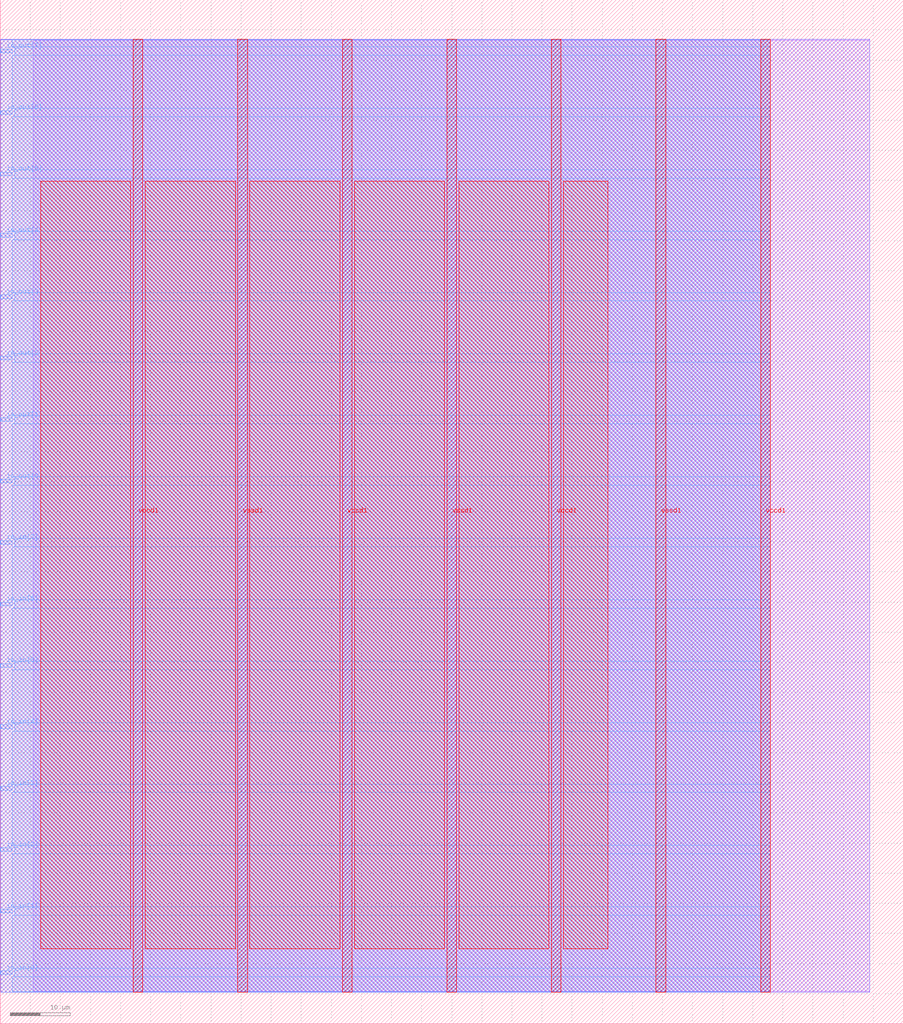
<source format=lef>
VERSION 5.7 ;
  NOWIREEXTENSIONATPIN ON ;
  DIVIDERCHAR "/" ;
  BUSBITCHARS "[]" ;
MACRO cpldcpu_MCPU5plus
  CLASS BLOCK ;
  FOREIGN cpldcpu_MCPU5plus ;
  ORIGIN 0.000 0.000 ;
  SIZE 150.000 BY 170.000 ;
  PIN io_in[0]
    DIRECTION INPUT ;
    USE SIGNAL ;
    PORT
      LAYER met3 ;
        RECT 0.000 8.200 2.000 8.800 ;
    END
  END io_in[0]
  PIN io_in[1]
    DIRECTION INPUT ;
    USE SIGNAL ;
    PORT
      LAYER met3 ;
        RECT 0.000 18.400 2.000 19.000 ;
    END
  END io_in[1]
  PIN io_in[2]
    DIRECTION INPUT ;
    USE SIGNAL ;
    PORT
      LAYER met3 ;
        RECT 0.000 28.600 2.000 29.200 ;
    END
  END io_in[2]
  PIN io_in[3]
    DIRECTION INPUT ;
    USE SIGNAL ;
    PORT
      LAYER met3 ;
        RECT 0.000 38.800 2.000 39.400 ;
    END
  END io_in[3]
  PIN io_in[4]
    DIRECTION INPUT ;
    USE SIGNAL ;
    PORT
      LAYER met3 ;
        RECT 0.000 49.000 2.000 49.600 ;
    END
  END io_in[4]
  PIN io_in[5]
    DIRECTION INPUT ;
    USE SIGNAL ;
    PORT
      LAYER met3 ;
        RECT 0.000 59.200 2.000 59.800 ;
    END
  END io_in[5]
  PIN io_in[6]
    DIRECTION INPUT ;
    USE SIGNAL ;
    PORT
      LAYER met3 ;
        RECT 0.000 69.400 2.000 70.000 ;
    END
  END io_in[6]
  PIN io_in[7]
    DIRECTION INPUT ;
    USE SIGNAL ;
    PORT
      LAYER met3 ;
        RECT 0.000 79.600 2.000 80.200 ;
    END
  END io_in[7]
  PIN io_out[0]
    DIRECTION OUTPUT TRISTATE ;
    USE SIGNAL ;
    PORT
      LAYER met3 ;
        RECT 0.000 89.800 2.000 90.400 ;
    END
  END io_out[0]
  PIN io_out[1]
    DIRECTION OUTPUT TRISTATE ;
    USE SIGNAL ;
    PORT
      LAYER met3 ;
        RECT 0.000 100.000 2.000 100.600 ;
    END
  END io_out[1]
  PIN io_out[2]
    DIRECTION OUTPUT TRISTATE ;
    USE SIGNAL ;
    PORT
      LAYER met3 ;
        RECT 0.000 110.200 2.000 110.800 ;
    END
  END io_out[2]
  PIN io_out[3]
    DIRECTION OUTPUT TRISTATE ;
    USE SIGNAL ;
    PORT
      LAYER met3 ;
        RECT 0.000 120.400 2.000 121.000 ;
    END
  END io_out[3]
  PIN io_out[4]
    DIRECTION OUTPUT TRISTATE ;
    USE SIGNAL ;
    PORT
      LAYER met3 ;
        RECT 0.000 130.600 2.000 131.200 ;
    END
  END io_out[4]
  PIN io_out[5]
    DIRECTION OUTPUT TRISTATE ;
    USE SIGNAL ;
    PORT
      LAYER met3 ;
        RECT 0.000 140.800 2.000 141.400 ;
    END
  END io_out[5]
  PIN io_out[6]
    DIRECTION OUTPUT TRISTATE ;
    USE SIGNAL ;
    PORT
      LAYER met3 ;
        RECT 0.000 151.000 2.000 151.600 ;
    END
  END io_out[6]
  PIN io_out[7]
    DIRECTION OUTPUT TRISTATE ;
    USE SIGNAL ;
    PORT
      LAYER met3 ;
        RECT 0.000 161.200 2.000 161.800 ;
    END
  END io_out[7]
  PIN vccd1
    DIRECTION INOUT ;
    USE POWER ;
    PORT
      LAYER met4 ;
        RECT 22.090 5.200 23.690 163.440 ;
    END
    PORT
      LAYER met4 ;
        RECT 56.830 5.200 58.430 163.440 ;
    END
    PORT
      LAYER met4 ;
        RECT 91.570 5.200 93.170 163.440 ;
    END
    PORT
      LAYER met4 ;
        RECT 126.310 5.200 127.910 163.440 ;
    END
  END vccd1
  PIN vssd1
    DIRECTION INOUT ;
    USE GROUND ;
    PORT
      LAYER met4 ;
        RECT 39.460 5.200 41.060 163.440 ;
    END
    PORT
      LAYER met4 ;
        RECT 74.200 5.200 75.800 163.440 ;
    END
    PORT
      LAYER met4 ;
        RECT 108.940 5.200 110.540 163.440 ;
    END
  END vssd1
  OBS
      LAYER li1 ;
        RECT 5.520 5.355 144.440 163.285 ;
      LAYER met1 ;
        RECT 0.070 5.200 144.440 163.440 ;
      LAYER met2 ;
        RECT 0.100 5.255 127.880 163.385 ;
      LAYER met3 ;
        RECT 2.000 162.200 127.900 163.365 ;
        RECT 2.400 160.800 127.900 162.200 ;
        RECT 2.000 152.000 127.900 160.800 ;
        RECT 2.400 150.600 127.900 152.000 ;
        RECT 2.000 141.800 127.900 150.600 ;
        RECT 2.400 140.400 127.900 141.800 ;
        RECT 2.000 131.600 127.900 140.400 ;
        RECT 2.400 130.200 127.900 131.600 ;
        RECT 2.000 121.400 127.900 130.200 ;
        RECT 2.400 120.000 127.900 121.400 ;
        RECT 2.000 111.200 127.900 120.000 ;
        RECT 2.400 109.800 127.900 111.200 ;
        RECT 2.000 101.000 127.900 109.800 ;
        RECT 2.400 99.600 127.900 101.000 ;
        RECT 2.000 90.800 127.900 99.600 ;
        RECT 2.400 89.400 127.900 90.800 ;
        RECT 2.000 80.600 127.900 89.400 ;
        RECT 2.400 79.200 127.900 80.600 ;
        RECT 2.000 70.400 127.900 79.200 ;
        RECT 2.400 69.000 127.900 70.400 ;
        RECT 2.000 60.200 127.900 69.000 ;
        RECT 2.400 58.800 127.900 60.200 ;
        RECT 2.000 50.000 127.900 58.800 ;
        RECT 2.400 48.600 127.900 50.000 ;
        RECT 2.000 39.800 127.900 48.600 ;
        RECT 2.400 38.400 127.900 39.800 ;
        RECT 2.000 29.600 127.900 38.400 ;
        RECT 2.400 28.200 127.900 29.600 ;
        RECT 2.000 19.400 127.900 28.200 ;
        RECT 2.400 18.000 127.900 19.400 ;
        RECT 2.000 9.200 127.900 18.000 ;
        RECT 2.400 7.800 127.900 9.200 ;
        RECT 2.000 5.275 127.900 7.800 ;
      LAYER met4 ;
        RECT 6.735 12.415 21.690 139.905 ;
        RECT 24.090 12.415 39.060 139.905 ;
        RECT 41.460 12.415 56.430 139.905 ;
        RECT 58.830 12.415 73.800 139.905 ;
        RECT 76.200 12.415 91.170 139.905 ;
        RECT 93.570 12.415 100.905 139.905 ;
  END
END cpldcpu_MCPU5plus
END LIBRARY


</source>
